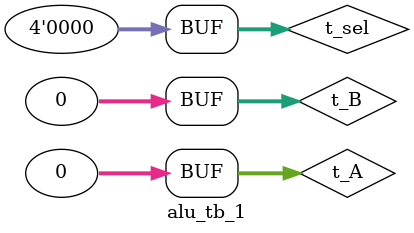
<source format=v>
`timescale 1ns/10ps

module alu_tb_1;

    reg [31:0] t_A;
    reg [31:0] t_B;
    reg [3:0] t_sel;

    wire t_carryOut;
    wire t_overflow;
    wire t_zero;
    wire [31:0] t_result;

    alu alu_(t_A, t_B, t_sel, 
             t_carryOut, t_overflow, t_zero, t_result);

    initial 
        begin
        
        // test ADD capabilities //
        #10
        t_sel = 4'h0;
        t_A = 32'h2;
        t_B = 32'h3;

        // test SUB capabilities //
        #10
        t_sel = 4'h1;
        t_A = 32'h2;
        t_B = 32'h3;

        // test AND capabilities //
        #10
        t_sel = 4'h2;
        t_A = 32'h2;
        t_B = 32'h3;

        // test OR capabilities //
        #10
        t_sel = 4'h4;
        t_A = 32'h2;
        t_B = 32'h3;

        // test XOR capabilities //
        #10
        t_sel = 4'h6;
        t_A = 32'h2;
        t_B = 32'h3;

        // test SLL capabilities //
        #10
        t_sel = 4'h8;
        t_A = 32'h2;
        t_B = 32'h3;

        // test SRL capabilities //
        #10
        t_sel = 4'hA;
        t_A = 32'h2;
        t_B = 32'h3;

        // test SLT capabilities //
        #10
        t_sel = 4'hC;
        t_A = 32'h2;
        t_B = 32'h3;

        // test SLTU capabilities //
        #10
        t_sel = 4'hE;
        t_A = 32'h2;
        t_B = 32'h3;

        #10
        t_sel = 0;
        t_A = 0;
        t_B = 0;


    end

endmodule
</source>
